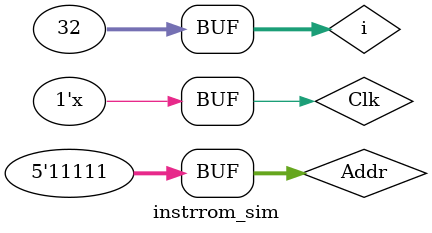
<source format=v>
`timescale 1ns / 1ps


module instrrom_sim(

    );
    reg [4:0] Addr;
    reg Clk;
    wire [31:0] Instr;
    InstrROM #(5) example(Addr, Clk, Instr);
    always begin
    #5 Clk = ~Clk;
    end
    integer i;
    initial begin
    #0
    Clk = 0;
    Addr = 0;
    for(i=1; i<32; i=i+1) begin
    #10 Addr = i;
    end
    end
endmodule

</source>
